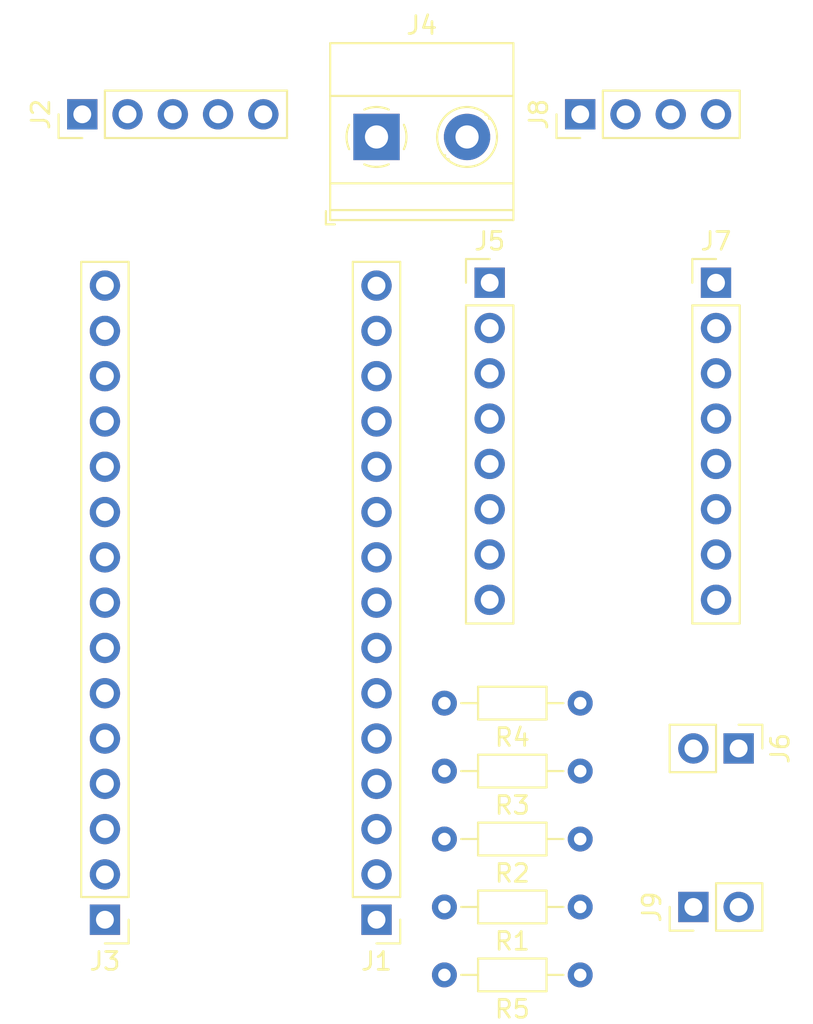
<source format=kicad_pcb>
(kicad_pcb (version 20171130) (host pcbnew "(5.1.6)-1")

  (general
    (thickness 1.6)
    (drawings 0)
    (tracks 0)
    (zones 0)
    (modules 14)
    (nets 34)
  )

  (page A4)
  (layers
    (0 F.Cu signal)
    (31 B.Cu signal)
    (32 B.Adhes user)
    (33 F.Adhes user)
    (34 B.Paste user)
    (35 F.Paste user)
    (36 B.SilkS user)
    (37 F.SilkS user)
    (38 B.Mask user)
    (39 F.Mask user)
    (40 Dwgs.User user)
    (41 Cmts.User user)
    (42 Eco1.User user)
    (43 Eco2.User user)
    (44 Edge.Cuts user)
    (45 Margin user)
    (46 B.CrtYd user)
    (47 F.CrtYd user)
    (48 B.Fab user)
    (49 F.Fab user)
  )

  (setup
    (last_trace_width 0.25)
    (trace_clearance 0.2)
    (zone_clearance 0.508)
    (zone_45_only no)
    (trace_min 0.2)
    (via_size 0.8)
    (via_drill 0.4)
    (via_min_size 0.4)
    (via_min_drill 0.3)
    (uvia_size 0.3)
    (uvia_drill 0.1)
    (uvias_allowed no)
    (uvia_min_size 0.2)
    (uvia_min_drill 0.1)
    (edge_width 0.05)
    (segment_width 0.2)
    (pcb_text_width 0.3)
    (pcb_text_size 1.5 1.5)
    (mod_edge_width 0.12)
    (mod_text_size 1 1)
    (mod_text_width 0.15)
    (pad_size 1.524 1.524)
    (pad_drill 0.762)
    (pad_to_mask_clearance 0.05)
    (aux_axis_origin 0 0)
    (visible_elements FFFFFF7F)
    (pcbplotparams
      (layerselection 0x010fc_ffffffff)
      (usegerberextensions false)
      (usegerberattributes true)
      (usegerberadvancedattributes true)
      (creategerberjobfile true)
      (excludeedgelayer true)
      (linewidth 0.100000)
      (plotframeref false)
      (viasonmask false)
      (mode 1)
      (useauxorigin false)
      (hpglpennumber 1)
      (hpglpenspeed 20)
      (hpglpendiameter 15.000000)
      (psnegative false)
      (psa4output false)
      (plotreference true)
      (plotvalue true)
      (plotinvisibletext false)
      (padsonsilk false)
      (subtractmaskfromsilk false)
      (outputformat 1)
      (mirror false)
      (drillshape 1)
      (scaleselection 1)
      (outputdirectory ""))
  )

  (net 0 "")
  (net 1 /VIN)
  (net 2 GND)
  (net 3 /Reset)
  (net 4 /5V)
  (net 5 "Net-(J1-Pad11)")
  (net 6 "Net-(J1-Pad10)")
  (net 7 "Net-(J1-Pad9)")
  (net 8 "Net-(J1-Pad8)")
  (net 9 "Net-(J1-Pad7)")
  (net 10 "Net-(J1-Pad6)")
  (net 11 "Net-(J1-Pad5)")
  (net 12 "Net-(J1-Pad4)")
  (net 13 "Net-(J1-Pad3)")
  (net 14 "Net-(J1-Pad2)")
  (net 15 /STBY)
  (net 16 /FWD)
  (net 17 /BACK)
  (net 18 /Speed+)
  (net 19 /Speed-)
  (net 20 /DIR)
  (net 21 /STEP)
  (net 22 /FLT)
  (net 23 /M3)
  (net 24 /M2)
  (net 25 /M1)
  (net 26 /ENABLE)
  (net 27 "Net-(J3-Pad14)")
  (net 28 "Net-(J3-Pad15)")
  (net 29 "Net-(J4-Pad2)")
  (net 30 "Net-(J7-Pad6)")
  (net 31 "Net-(J7-Pad5)")
  (net 32 "Net-(J7-Pad4)")
  (net 33 "Net-(J7-Pad3)")

  (net_class Default "This is the default net class."
    (clearance 0.2)
    (trace_width 0.25)
    (via_dia 0.8)
    (via_drill 0.4)
    (uvia_dia 0.3)
    (uvia_drill 0.1)
    (add_net /5V)
    (add_net /BACK)
    (add_net /DIR)
    (add_net /ENABLE)
    (add_net /FLT)
    (add_net /FWD)
    (add_net /M1)
    (add_net /M2)
    (add_net /M3)
    (add_net /Reset)
    (add_net /STBY)
    (add_net /STEP)
    (add_net /Speed+)
    (add_net /Speed-)
    (add_net /VIN)
    (add_net GND)
    (add_net "Net-(J1-Pad10)")
    (add_net "Net-(J1-Pad11)")
    (add_net "Net-(J1-Pad2)")
    (add_net "Net-(J1-Pad3)")
    (add_net "Net-(J1-Pad4)")
    (add_net "Net-(J1-Pad5)")
    (add_net "Net-(J1-Pad6)")
    (add_net "Net-(J1-Pad7)")
    (add_net "Net-(J1-Pad8)")
    (add_net "Net-(J1-Pad9)")
    (add_net "Net-(J3-Pad14)")
    (add_net "Net-(J3-Pad15)")
    (add_net "Net-(J4-Pad2)")
    (add_net "Net-(J7-Pad3)")
    (add_net "Net-(J7-Pad4)")
    (add_net "Net-(J7-Pad5)")
    (add_net "Net-(J7-Pad6)")
  )

  (module Connector_PinHeader_2.54mm:PinHeader_1x15_P2.54mm_Vertical (layer F.Cu) (tedit 59FED5CC) (tstamp 5FAE7DFD)
    (at 72.39 75.644999 180)
    (descr "Through hole straight pin header, 1x15, 2.54mm pitch, single row")
    (tags "Through hole pin header THT 1x15 2.54mm single row")
    (path /5FAD3EF9)
    (fp_text reference J1 (at 0 -2.33) (layer F.SilkS)
      (effects (font (size 1 1) (thickness 0.15)))
    )
    (fp_text value ArduinoNano-1 (at 0 37.89) (layer F.Fab)
      (effects (font (size 1 1) (thickness 0.15)))
    )
    (fp_text user %R (at 0 17.78 90) (layer F.Fab)
      (effects (font (size 1 1) (thickness 0.15)))
    )
    (fp_line (start -0.635 -1.27) (end 1.27 -1.27) (layer F.Fab) (width 0.1))
    (fp_line (start 1.27 -1.27) (end 1.27 36.83) (layer F.Fab) (width 0.1))
    (fp_line (start 1.27 36.83) (end -1.27 36.83) (layer F.Fab) (width 0.1))
    (fp_line (start -1.27 36.83) (end -1.27 -0.635) (layer F.Fab) (width 0.1))
    (fp_line (start -1.27 -0.635) (end -0.635 -1.27) (layer F.Fab) (width 0.1))
    (fp_line (start -1.33 36.89) (end 1.33 36.89) (layer F.SilkS) (width 0.12))
    (fp_line (start -1.33 1.27) (end -1.33 36.89) (layer F.SilkS) (width 0.12))
    (fp_line (start 1.33 1.27) (end 1.33 36.89) (layer F.SilkS) (width 0.12))
    (fp_line (start -1.33 1.27) (end 1.33 1.27) (layer F.SilkS) (width 0.12))
    (fp_line (start -1.33 0) (end -1.33 -1.33) (layer F.SilkS) (width 0.12))
    (fp_line (start -1.33 -1.33) (end 0 -1.33) (layer F.SilkS) (width 0.12))
    (fp_line (start -1.8 -1.8) (end -1.8 37.35) (layer F.CrtYd) (width 0.05))
    (fp_line (start -1.8 37.35) (end 1.8 37.35) (layer F.CrtYd) (width 0.05))
    (fp_line (start 1.8 37.35) (end 1.8 -1.8) (layer F.CrtYd) (width 0.05))
    (fp_line (start 1.8 -1.8) (end -1.8 -1.8) (layer F.CrtYd) (width 0.05))
    (pad 15 thru_hole oval (at 0 35.56 180) (size 1.7 1.7) (drill 1) (layers *.Cu *.Mask)
      (net 1 /VIN))
    (pad 14 thru_hole oval (at 0 33.02 180) (size 1.7 1.7) (drill 1) (layers *.Cu *.Mask)
      (net 2 GND))
    (pad 13 thru_hole oval (at 0 30.48 180) (size 1.7 1.7) (drill 1) (layers *.Cu *.Mask)
      (net 3 /Reset))
    (pad 12 thru_hole oval (at 0 27.94 180) (size 1.7 1.7) (drill 1) (layers *.Cu *.Mask)
      (net 4 /5V))
    (pad 11 thru_hole oval (at 0 25.4 180) (size 1.7 1.7) (drill 1) (layers *.Cu *.Mask)
      (net 5 "Net-(J1-Pad11)"))
    (pad 10 thru_hole oval (at 0 22.86 180) (size 1.7 1.7) (drill 1) (layers *.Cu *.Mask)
      (net 6 "Net-(J1-Pad10)"))
    (pad 9 thru_hole oval (at 0 20.32 180) (size 1.7 1.7) (drill 1) (layers *.Cu *.Mask)
      (net 7 "Net-(J1-Pad9)"))
    (pad 8 thru_hole oval (at 0 17.78 180) (size 1.7 1.7) (drill 1) (layers *.Cu *.Mask)
      (net 8 "Net-(J1-Pad8)"))
    (pad 7 thru_hole oval (at 0 15.24 180) (size 1.7 1.7) (drill 1) (layers *.Cu *.Mask)
      (net 9 "Net-(J1-Pad7)"))
    (pad 6 thru_hole oval (at 0 12.7 180) (size 1.7 1.7) (drill 1) (layers *.Cu *.Mask)
      (net 10 "Net-(J1-Pad6)"))
    (pad 5 thru_hole oval (at 0 10.16 180) (size 1.7 1.7) (drill 1) (layers *.Cu *.Mask)
      (net 11 "Net-(J1-Pad5)"))
    (pad 4 thru_hole oval (at 0 7.62 180) (size 1.7 1.7) (drill 1) (layers *.Cu *.Mask)
      (net 12 "Net-(J1-Pad4)"))
    (pad 3 thru_hole oval (at 0 5.08 180) (size 1.7 1.7) (drill 1) (layers *.Cu *.Mask)
      (net 13 "Net-(J1-Pad3)"))
    (pad 2 thru_hole oval (at 0 2.54 180) (size 1.7 1.7) (drill 1) (layers *.Cu *.Mask)
      (net 14 "Net-(J1-Pad2)"))
    (pad 1 thru_hole rect (at 0 0 180) (size 1.7 1.7) (drill 1) (layers *.Cu *.Mask)
      (net 15 /STBY))
    (model ${KISYS3DMOD}/Connector_PinHeader_2.54mm.3dshapes/PinHeader_1x15_P2.54mm_Vertical.wrl
      (at (xyz 0 0 0))
      (scale (xyz 1 1 1))
      (rotate (xyz 0 0 0))
    )
  )

  (module Connector_PinHeader_2.54mm:PinHeader_1x05_P2.54mm_Vertical (layer F.Cu) (tedit 59FED5CC) (tstamp 5FAE7E16)
    (at 55.88 30.48 90)
    (descr "Through hole straight pin header, 1x05, 2.54mm pitch, single row")
    (tags "Through hole pin header THT 1x05 2.54mm single row")
    (path /5FB71A69)
    (fp_text reference J2 (at 0 -2.33 90) (layer F.SilkS)
      (effects (font (size 1 1) (thickness 0.15)))
    )
    (fp_text value ManualCommand (at 0 12.49 90) (layer F.Fab)
      (effects (font (size 1 1) (thickness 0.15)))
    )
    (fp_line (start 1.8 -1.8) (end -1.8 -1.8) (layer F.CrtYd) (width 0.05))
    (fp_line (start 1.8 11.95) (end 1.8 -1.8) (layer F.CrtYd) (width 0.05))
    (fp_line (start -1.8 11.95) (end 1.8 11.95) (layer F.CrtYd) (width 0.05))
    (fp_line (start -1.8 -1.8) (end -1.8 11.95) (layer F.CrtYd) (width 0.05))
    (fp_line (start -1.33 -1.33) (end 0 -1.33) (layer F.SilkS) (width 0.12))
    (fp_line (start -1.33 0) (end -1.33 -1.33) (layer F.SilkS) (width 0.12))
    (fp_line (start -1.33 1.27) (end 1.33 1.27) (layer F.SilkS) (width 0.12))
    (fp_line (start 1.33 1.27) (end 1.33 11.49) (layer F.SilkS) (width 0.12))
    (fp_line (start -1.33 1.27) (end -1.33 11.49) (layer F.SilkS) (width 0.12))
    (fp_line (start -1.33 11.49) (end 1.33 11.49) (layer F.SilkS) (width 0.12))
    (fp_line (start -1.27 -0.635) (end -0.635 -1.27) (layer F.Fab) (width 0.1))
    (fp_line (start -1.27 11.43) (end -1.27 -0.635) (layer F.Fab) (width 0.1))
    (fp_line (start 1.27 11.43) (end -1.27 11.43) (layer F.Fab) (width 0.1))
    (fp_line (start 1.27 -1.27) (end 1.27 11.43) (layer F.Fab) (width 0.1))
    (fp_line (start -0.635 -1.27) (end 1.27 -1.27) (layer F.Fab) (width 0.1))
    (fp_text user %R (at 0 5.08) (layer F.Fab)
      (effects (font (size 1 1) (thickness 0.15)))
    )
    (pad 1 thru_hole rect (at 0 0 90) (size 1.7 1.7) (drill 1) (layers *.Cu *.Mask)
      (net 2 GND))
    (pad 2 thru_hole oval (at 0 2.54 90) (size 1.7 1.7) (drill 1) (layers *.Cu *.Mask)
      (net 16 /FWD))
    (pad 3 thru_hole oval (at 0 5.08 90) (size 1.7 1.7) (drill 1) (layers *.Cu *.Mask)
      (net 17 /BACK))
    (pad 4 thru_hole oval (at 0 7.62 90) (size 1.7 1.7) (drill 1) (layers *.Cu *.Mask)
      (net 18 /Speed+))
    (pad 5 thru_hole oval (at 0 10.16 90) (size 1.7 1.7) (drill 1) (layers *.Cu *.Mask)
      (net 19 /Speed-))
    (model ${KISYS3DMOD}/Connector_PinHeader_2.54mm.3dshapes/PinHeader_1x05_P2.54mm_Vertical.wrl
      (at (xyz 0 0 0))
      (scale (xyz 1 1 1))
      (rotate (xyz 0 0 0))
    )
  )

  (module Connector_PinHeader_2.54mm:PinHeader_1x15_P2.54mm_Vertical (layer F.Cu) (tedit 59FED5CC) (tstamp 5FAE7E39)
    (at 57.15 75.644999 180)
    (descr "Through hole straight pin header, 1x15, 2.54mm pitch, single row")
    (tags "Through hole pin header THT 1x15 2.54mm single row")
    (path /5FAD5958)
    (fp_text reference J3 (at 0 -2.33) (layer F.SilkS)
      (effects (font (size 1 1) (thickness 0.15)))
    )
    (fp_text value ArduinoNano-2 (at 0 37.89) (layer F.Fab)
      (effects (font (size 1 1) (thickness 0.15)))
    )
    (fp_line (start 1.8 -1.8) (end -1.8 -1.8) (layer F.CrtYd) (width 0.05))
    (fp_line (start 1.8 37.35) (end 1.8 -1.8) (layer F.CrtYd) (width 0.05))
    (fp_line (start -1.8 37.35) (end 1.8 37.35) (layer F.CrtYd) (width 0.05))
    (fp_line (start -1.8 -1.8) (end -1.8 37.35) (layer F.CrtYd) (width 0.05))
    (fp_line (start -1.33 -1.33) (end 0 -1.33) (layer F.SilkS) (width 0.12))
    (fp_line (start -1.33 0) (end -1.33 -1.33) (layer F.SilkS) (width 0.12))
    (fp_line (start -1.33 1.27) (end 1.33 1.27) (layer F.SilkS) (width 0.12))
    (fp_line (start 1.33 1.27) (end 1.33 36.89) (layer F.SilkS) (width 0.12))
    (fp_line (start -1.33 1.27) (end -1.33 36.89) (layer F.SilkS) (width 0.12))
    (fp_line (start -1.33 36.89) (end 1.33 36.89) (layer F.SilkS) (width 0.12))
    (fp_line (start -1.27 -0.635) (end -0.635 -1.27) (layer F.Fab) (width 0.1))
    (fp_line (start -1.27 36.83) (end -1.27 -0.635) (layer F.Fab) (width 0.1))
    (fp_line (start 1.27 36.83) (end -1.27 36.83) (layer F.Fab) (width 0.1))
    (fp_line (start 1.27 -1.27) (end 1.27 36.83) (layer F.Fab) (width 0.1))
    (fp_line (start -0.635 -1.27) (end 1.27 -1.27) (layer F.Fab) (width 0.1))
    (fp_text user %R (at 0 17.78 90) (layer F.Fab)
      (effects (font (size 1 1) (thickness 0.15)))
    )
    (pad 1 thru_hole rect (at 0 0 180) (size 1.7 1.7) (drill 1) (layers *.Cu *.Mask)
      (net 16 /FWD))
    (pad 2 thru_hole oval (at 0 2.54 180) (size 1.7 1.7) (drill 1) (layers *.Cu *.Mask)
      (net 17 /BACK))
    (pad 3 thru_hole oval (at 0 5.08 180) (size 1.7 1.7) (drill 1) (layers *.Cu *.Mask)
      (net 18 /Speed+))
    (pad 4 thru_hole oval (at 0 7.62 180) (size 1.7 1.7) (drill 1) (layers *.Cu *.Mask)
      (net 19 /Speed-))
    (pad 5 thru_hole oval (at 0 10.16 180) (size 1.7 1.7) (drill 1) (layers *.Cu *.Mask)
      (net 20 /DIR))
    (pad 6 thru_hole oval (at 0 12.7 180) (size 1.7 1.7) (drill 1) (layers *.Cu *.Mask)
      (net 21 /STEP))
    (pad 7 thru_hole oval (at 0 15.24 180) (size 1.7 1.7) (drill 1) (layers *.Cu *.Mask)
      (net 22 /FLT))
    (pad 8 thru_hole oval (at 0 17.78 180) (size 1.7 1.7) (drill 1) (layers *.Cu *.Mask)
      (net 23 /M3))
    (pad 9 thru_hole oval (at 0 20.32 180) (size 1.7 1.7) (drill 1) (layers *.Cu *.Mask)
      (net 24 /M2))
    (pad 10 thru_hole oval (at 0 22.86 180) (size 1.7 1.7) (drill 1) (layers *.Cu *.Mask)
      (net 25 /M1))
    (pad 11 thru_hole oval (at 0 25.4 180) (size 1.7 1.7) (drill 1) (layers *.Cu *.Mask)
      (net 26 /ENABLE))
    (pad 12 thru_hole oval (at 0 27.94 180) (size 1.7 1.7) (drill 1) (layers *.Cu *.Mask)
      (net 2 GND))
    (pad 13 thru_hole oval (at 0 30.48 180) (size 1.7 1.7) (drill 1) (layers *.Cu *.Mask)
      (net 3 /Reset))
    (pad 14 thru_hole oval (at 0 33.02 180) (size 1.7 1.7) (drill 1) (layers *.Cu *.Mask)
      (net 27 "Net-(J3-Pad14)"))
    (pad 15 thru_hole oval (at 0 35.56 180) (size 1.7 1.7) (drill 1) (layers *.Cu *.Mask)
      (net 28 "Net-(J3-Pad15)"))
    (model ${KISYS3DMOD}/Connector_PinHeader_2.54mm.3dshapes/PinHeader_1x15_P2.54mm_Vertical.wrl
      (at (xyz 0 0 0))
      (scale (xyz 1 1 1))
      (rotate (xyz 0 0 0))
    )
  )

  (module TerminalBlock_Phoenix:TerminalBlock_Phoenix_MKDS-1,5-2-5.08_1x02_P5.08mm_Horizontal (layer F.Cu) (tedit 5B294EBC) (tstamp 5FAE7E65)
    (at 72.39 31.75)
    (descr "Terminal Block Phoenix MKDS-1,5-2-5.08, 2 pins, pitch 5.08mm, size 10.2x9.8mm^2, drill diamater 1.3mm, pad diameter 2.6mm, see http://www.farnell.com/datasheets/100425.pdf, script-generated using https://github.com/pointhi/kicad-footprint-generator/scripts/TerminalBlock_Phoenix")
    (tags "THT Terminal Block Phoenix MKDS-1,5-2-5.08 pitch 5.08mm size 10.2x9.8mm^2 drill 1.3mm pad 2.6mm")
    (path /5FADBCA8)
    (fp_text reference J4 (at 2.54 -6.26) (layer F.SilkS)
      (effects (font (size 1 1) (thickness 0.15)))
    )
    (fp_text value 12V (at 2.54 5.66) (layer F.Fab)
      (effects (font (size 1 1) (thickness 0.15)))
    )
    (fp_line (start 8.13 -5.71) (end -3.04 -5.71) (layer F.CrtYd) (width 0.05))
    (fp_line (start 8.13 5.1) (end 8.13 -5.71) (layer F.CrtYd) (width 0.05))
    (fp_line (start -3.04 5.1) (end 8.13 5.1) (layer F.CrtYd) (width 0.05))
    (fp_line (start -3.04 -5.71) (end -3.04 5.1) (layer F.CrtYd) (width 0.05))
    (fp_line (start -2.84 4.9) (end -2.34 4.9) (layer F.SilkS) (width 0.12))
    (fp_line (start -2.84 4.16) (end -2.84 4.9) (layer F.SilkS) (width 0.12))
    (fp_line (start 3.853 1.023) (end 3.806 1.069) (layer F.SilkS) (width 0.12))
    (fp_line (start 6.15 -1.275) (end 6.115 -1.239) (layer F.SilkS) (width 0.12))
    (fp_line (start 4.046 1.239) (end 4.011 1.274) (layer F.SilkS) (width 0.12))
    (fp_line (start 6.355 -1.069) (end 6.308 -1.023) (layer F.SilkS) (width 0.12))
    (fp_line (start 6.035 -1.138) (end 3.943 0.955) (layer F.Fab) (width 0.1))
    (fp_line (start 6.218 -0.955) (end 4.126 1.138) (layer F.Fab) (width 0.1))
    (fp_line (start 0.955 -1.138) (end -1.138 0.955) (layer F.Fab) (width 0.1))
    (fp_line (start 1.138 -0.955) (end -0.955 1.138) (layer F.Fab) (width 0.1))
    (fp_line (start 7.68 -5.261) (end 7.68 4.66) (layer F.SilkS) (width 0.12))
    (fp_line (start -2.6 -5.261) (end -2.6 4.66) (layer F.SilkS) (width 0.12))
    (fp_line (start -2.6 4.66) (end 7.68 4.66) (layer F.SilkS) (width 0.12))
    (fp_line (start -2.6 -5.261) (end 7.68 -5.261) (layer F.SilkS) (width 0.12))
    (fp_line (start -2.6 -2.301) (end 7.68 -2.301) (layer F.SilkS) (width 0.12))
    (fp_line (start -2.54 -2.3) (end 7.62 -2.3) (layer F.Fab) (width 0.1))
    (fp_line (start -2.6 2.6) (end 7.68 2.6) (layer F.SilkS) (width 0.12))
    (fp_line (start -2.54 2.6) (end 7.62 2.6) (layer F.Fab) (width 0.1))
    (fp_line (start -2.6 4.1) (end 7.68 4.1) (layer F.SilkS) (width 0.12))
    (fp_line (start -2.54 4.1) (end 7.62 4.1) (layer F.Fab) (width 0.1))
    (fp_line (start -2.54 4.1) (end -2.54 -5.2) (layer F.Fab) (width 0.1))
    (fp_line (start -2.04 4.6) (end -2.54 4.1) (layer F.Fab) (width 0.1))
    (fp_line (start 7.62 4.6) (end -2.04 4.6) (layer F.Fab) (width 0.1))
    (fp_line (start 7.62 -5.2) (end 7.62 4.6) (layer F.Fab) (width 0.1))
    (fp_line (start -2.54 -5.2) (end 7.62 -5.2) (layer F.Fab) (width 0.1))
    (fp_circle (center 5.08 0) (end 6.76 0) (layer F.SilkS) (width 0.12))
    (fp_circle (center 5.08 0) (end 6.58 0) (layer F.Fab) (width 0.1))
    (fp_circle (center 0 0) (end 1.5 0) (layer F.Fab) (width 0.1))
    (fp_arc (start 0 0) (end 0 1.68) (angle -24) (layer F.SilkS) (width 0.12))
    (fp_arc (start 0 0) (end 1.535 0.684) (angle -48) (layer F.SilkS) (width 0.12))
    (fp_arc (start 0 0) (end 0.684 -1.535) (angle -48) (layer F.SilkS) (width 0.12))
    (fp_arc (start 0 0) (end -1.535 -0.684) (angle -48) (layer F.SilkS) (width 0.12))
    (fp_arc (start 0 0) (end -0.684 1.535) (angle -25) (layer F.SilkS) (width 0.12))
    (fp_text user %R (at 2.54 3.2) (layer F.Fab)
      (effects (font (size 1 1) (thickness 0.15)))
    )
    (pad 1 thru_hole rect (at 0 0) (size 2.6 2.6) (drill 1.3) (layers *.Cu *.Mask)
      (net 2 GND))
    (pad 2 thru_hole circle (at 5.08 0) (size 2.6 2.6) (drill 1.3) (layers *.Cu *.Mask)
      (net 29 "Net-(J4-Pad2)"))
    (model ${KISYS3DMOD}/TerminalBlock_Phoenix.3dshapes/TerminalBlock_Phoenix_MKDS-1,5-2-5.08_1x02_P5.08mm_Horizontal.wrl
      (at (xyz 0 0 0))
      (scale (xyz 1 1 1))
      (rotate (xyz 0 0 0))
    )
  )

  (module Connector_PinHeader_2.54mm:PinHeader_1x08_P2.54mm_Vertical (layer F.Cu) (tedit 59FED5CC) (tstamp 5FAE7E81)
    (at 78.74 39.925001)
    (descr "Through hole straight pin header, 1x08, 2.54mm pitch, single row")
    (tags "Through hole pin header THT 1x08 2.54mm single row")
    (path /5FADA5A3)
    (fp_text reference J5 (at 0 -2.33) (layer F.SilkS)
      (effects (font (size 1 1) (thickness 0.15)))
    )
    (fp_text value MotorDriver-1 (at 0 20.11) (layer F.Fab)
      (effects (font (size 1 1) (thickness 0.15)))
    )
    (fp_line (start 1.8 -1.8) (end -1.8 -1.8) (layer F.CrtYd) (width 0.05))
    (fp_line (start 1.8 19.55) (end 1.8 -1.8) (layer F.CrtYd) (width 0.05))
    (fp_line (start -1.8 19.55) (end 1.8 19.55) (layer F.CrtYd) (width 0.05))
    (fp_line (start -1.8 -1.8) (end -1.8 19.55) (layer F.CrtYd) (width 0.05))
    (fp_line (start -1.33 -1.33) (end 0 -1.33) (layer F.SilkS) (width 0.12))
    (fp_line (start -1.33 0) (end -1.33 -1.33) (layer F.SilkS) (width 0.12))
    (fp_line (start -1.33 1.27) (end 1.33 1.27) (layer F.SilkS) (width 0.12))
    (fp_line (start 1.33 1.27) (end 1.33 19.11) (layer F.SilkS) (width 0.12))
    (fp_line (start -1.33 1.27) (end -1.33 19.11) (layer F.SilkS) (width 0.12))
    (fp_line (start -1.33 19.11) (end 1.33 19.11) (layer F.SilkS) (width 0.12))
    (fp_line (start -1.27 -0.635) (end -0.635 -1.27) (layer F.Fab) (width 0.1))
    (fp_line (start -1.27 19.05) (end -1.27 -0.635) (layer F.Fab) (width 0.1))
    (fp_line (start 1.27 19.05) (end -1.27 19.05) (layer F.Fab) (width 0.1))
    (fp_line (start 1.27 -1.27) (end 1.27 19.05) (layer F.Fab) (width 0.1))
    (fp_line (start -0.635 -1.27) (end 1.27 -1.27) (layer F.Fab) (width 0.1))
    (fp_text user %R (at 0 8.89 90) (layer F.Fab)
      (effects (font (size 1 1) (thickness 0.15)))
    )
    (pad 1 thru_hole rect (at 0 0) (size 1.7 1.7) (drill 1) (layers *.Cu *.Mask)
      (net 26 /ENABLE))
    (pad 2 thru_hole oval (at 0 2.54) (size 1.7 1.7) (drill 1) (layers *.Cu *.Mask)
      (net 25 /M1))
    (pad 3 thru_hole oval (at 0 5.08) (size 1.7 1.7) (drill 1) (layers *.Cu *.Mask)
      (net 24 /M2))
    (pad 4 thru_hole oval (at 0 7.62) (size 1.7 1.7) (drill 1) (layers *.Cu *.Mask)
      (net 23 /M3))
    (pad 5 thru_hole oval (at 0 10.16) (size 1.7 1.7) (drill 1) (layers *.Cu *.Mask)
      (net 22 /FLT))
    (pad 6 thru_hole oval (at 0 12.7) (size 1.7 1.7) (drill 1) (layers *.Cu *.Mask)
      (net 15 /STBY))
    (pad 7 thru_hole oval (at 0 15.24) (size 1.7 1.7) (drill 1) (layers *.Cu *.Mask)
      (net 21 /STEP))
    (pad 8 thru_hole oval (at 0 17.78) (size 1.7 1.7) (drill 1) (layers *.Cu *.Mask)
      (net 20 /DIR))
    (model ${KISYS3DMOD}/Connector_PinHeader_2.54mm.3dshapes/PinHeader_1x08_P2.54mm_Vertical.wrl
      (at (xyz 0 0 0))
      (scale (xyz 1 1 1))
      (rotate (xyz 0 0 0))
    )
  )

  (module Connector_PinHeader_2.54mm:PinHeader_1x02_P2.54mm_Vertical (layer F.Cu) (tedit 59FED5CC) (tstamp 5FAE7E97)
    (at 92.71 66.04 270)
    (descr "Through hole straight pin header, 1x02, 2.54mm pitch, single row")
    (tags "Through hole pin header THT 1x02 2.54mm single row")
    (path /5FAF56C8)
    (fp_text reference J6 (at 0 -2.33 90) (layer F.SilkS)
      (effects (font (size 1 1) (thickness 0.15)))
    )
    (fp_text value PowerToArduino (at 0 4.87 90) (layer F.Fab)
      (effects (font (size 1 1) (thickness 0.15)))
    )
    (fp_line (start 1.8 -1.8) (end -1.8 -1.8) (layer F.CrtYd) (width 0.05))
    (fp_line (start 1.8 4.35) (end 1.8 -1.8) (layer F.CrtYd) (width 0.05))
    (fp_line (start -1.8 4.35) (end 1.8 4.35) (layer F.CrtYd) (width 0.05))
    (fp_line (start -1.8 -1.8) (end -1.8 4.35) (layer F.CrtYd) (width 0.05))
    (fp_line (start -1.33 -1.33) (end 0 -1.33) (layer F.SilkS) (width 0.12))
    (fp_line (start -1.33 0) (end -1.33 -1.33) (layer F.SilkS) (width 0.12))
    (fp_line (start -1.33 1.27) (end 1.33 1.27) (layer F.SilkS) (width 0.12))
    (fp_line (start 1.33 1.27) (end 1.33 3.87) (layer F.SilkS) (width 0.12))
    (fp_line (start -1.33 1.27) (end -1.33 3.87) (layer F.SilkS) (width 0.12))
    (fp_line (start -1.33 3.87) (end 1.33 3.87) (layer F.SilkS) (width 0.12))
    (fp_line (start -1.27 -0.635) (end -0.635 -1.27) (layer F.Fab) (width 0.1))
    (fp_line (start -1.27 3.81) (end -1.27 -0.635) (layer F.Fab) (width 0.1))
    (fp_line (start 1.27 3.81) (end -1.27 3.81) (layer F.Fab) (width 0.1))
    (fp_line (start 1.27 -1.27) (end 1.27 3.81) (layer F.Fab) (width 0.1))
    (fp_line (start -0.635 -1.27) (end 1.27 -1.27) (layer F.Fab) (width 0.1))
    (fp_text user %R (at 0 1.27) (layer F.Fab)
      (effects (font (size 1 1) (thickness 0.15)))
    )
    (pad 1 thru_hole rect (at 0 0 270) (size 1.7 1.7) (drill 1) (layers *.Cu *.Mask)
      (net 29 "Net-(J4-Pad2)"))
    (pad 2 thru_hole oval (at 0 2.54 270) (size 1.7 1.7) (drill 1) (layers *.Cu *.Mask)
      (net 1 /VIN))
    (model ${KISYS3DMOD}/Connector_PinHeader_2.54mm.3dshapes/PinHeader_1x02_P2.54mm_Vertical.wrl
      (at (xyz 0 0 0))
      (scale (xyz 1 1 1))
      (rotate (xyz 0 0 0))
    )
  )

  (module Connector_PinHeader_2.54mm:PinHeader_1x08_P2.54mm_Vertical (layer F.Cu) (tedit 59FED5CC) (tstamp 5FAE7EB3)
    (at 91.44 39.925001)
    (descr "Through hole straight pin header, 1x08, 2.54mm pitch, single row")
    (tags "Through hole pin header THT 1x08 2.54mm single row")
    (path /5FADB106)
    (fp_text reference J7 (at 0 -2.33) (layer F.SilkS)
      (effects (font (size 1 1) (thickness 0.15)))
    )
    (fp_text value MotorDriver-2 (at 0 20.11) (layer F.Fab)
      (effects (font (size 1 1) (thickness 0.15)))
    )
    (fp_text user %R (at 0 8.89 90) (layer F.Fab)
      (effects (font (size 1 1) (thickness 0.15)))
    )
    (fp_line (start -0.635 -1.27) (end 1.27 -1.27) (layer F.Fab) (width 0.1))
    (fp_line (start 1.27 -1.27) (end 1.27 19.05) (layer F.Fab) (width 0.1))
    (fp_line (start 1.27 19.05) (end -1.27 19.05) (layer F.Fab) (width 0.1))
    (fp_line (start -1.27 19.05) (end -1.27 -0.635) (layer F.Fab) (width 0.1))
    (fp_line (start -1.27 -0.635) (end -0.635 -1.27) (layer F.Fab) (width 0.1))
    (fp_line (start -1.33 19.11) (end 1.33 19.11) (layer F.SilkS) (width 0.12))
    (fp_line (start -1.33 1.27) (end -1.33 19.11) (layer F.SilkS) (width 0.12))
    (fp_line (start 1.33 1.27) (end 1.33 19.11) (layer F.SilkS) (width 0.12))
    (fp_line (start -1.33 1.27) (end 1.33 1.27) (layer F.SilkS) (width 0.12))
    (fp_line (start -1.33 0) (end -1.33 -1.33) (layer F.SilkS) (width 0.12))
    (fp_line (start -1.33 -1.33) (end 0 -1.33) (layer F.SilkS) (width 0.12))
    (fp_line (start -1.8 -1.8) (end -1.8 19.55) (layer F.CrtYd) (width 0.05))
    (fp_line (start -1.8 19.55) (end 1.8 19.55) (layer F.CrtYd) (width 0.05))
    (fp_line (start 1.8 19.55) (end 1.8 -1.8) (layer F.CrtYd) (width 0.05))
    (fp_line (start 1.8 -1.8) (end -1.8 -1.8) (layer F.CrtYd) (width 0.05))
    (pad 8 thru_hole oval (at 0 17.78) (size 1.7 1.7) (drill 1) (layers *.Cu *.Mask)
      (net 2 GND))
    (pad 7 thru_hole oval (at 0 15.24) (size 1.7 1.7) (drill 1) (layers *.Cu *.Mask)
      (net 4 /5V))
    (pad 6 thru_hole oval (at 0 12.7) (size 1.7 1.7) (drill 1) (layers *.Cu *.Mask)
      (net 30 "Net-(J7-Pad6)"))
    (pad 5 thru_hole oval (at 0 10.16) (size 1.7 1.7) (drill 1) (layers *.Cu *.Mask)
      (net 31 "Net-(J7-Pad5)"))
    (pad 4 thru_hole oval (at 0 7.62) (size 1.7 1.7) (drill 1) (layers *.Cu *.Mask)
      (net 32 "Net-(J7-Pad4)"))
    (pad 3 thru_hole oval (at 0 5.08) (size 1.7 1.7) (drill 1) (layers *.Cu *.Mask)
      (net 33 "Net-(J7-Pad3)"))
    (pad 2 thru_hole oval (at 0 2.54) (size 1.7 1.7) (drill 1) (layers *.Cu *.Mask)
      (net 2 GND))
    (pad 1 thru_hole rect (at 0 0) (size 1.7 1.7) (drill 1) (layers *.Cu *.Mask)
      (net 29 "Net-(J4-Pad2)"))
    (model ${KISYS3DMOD}/Connector_PinHeader_2.54mm.3dshapes/PinHeader_1x08_P2.54mm_Vertical.wrl
      (at (xyz 0 0 0))
      (scale (xyz 1 1 1))
      (rotate (xyz 0 0 0))
    )
  )

  (module Connector_PinHeader_2.54mm:PinHeader_1x04_P2.54mm_Vertical (layer F.Cu) (tedit 59FED5CC) (tstamp 5FAE7ECB)
    (at 83.82 30.48 90)
    (descr "Through hole straight pin header, 1x04, 2.54mm pitch, single row")
    (tags "Through hole pin header THT 1x04 2.54mm single row")
    (path /5FADB37B)
    (fp_text reference J8 (at 0 -2.33 90) (layer F.SilkS)
      (effects (font (size 1 1) (thickness 0.15)))
    )
    (fp_text value MotorCoils (at 0 9.95 90) (layer F.Fab)
      (effects (font (size 1 1) (thickness 0.15)))
    )
    (fp_line (start 1.8 -1.8) (end -1.8 -1.8) (layer F.CrtYd) (width 0.05))
    (fp_line (start 1.8 9.4) (end 1.8 -1.8) (layer F.CrtYd) (width 0.05))
    (fp_line (start -1.8 9.4) (end 1.8 9.4) (layer F.CrtYd) (width 0.05))
    (fp_line (start -1.8 -1.8) (end -1.8 9.4) (layer F.CrtYd) (width 0.05))
    (fp_line (start -1.33 -1.33) (end 0 -1.33) (layer F.SilkS) (width 0.12))
    (fp_line (start -1.33 0) (end -1.33 -1.33) (layer F.SilkS) (width 0.12))
    (fp_line (start -1.33 1.27) (end 1.33 1.27) (layer F.SilkS) (width 0.12))
    (fp_line (start 1.33 1.27) (end 1.33 8.95) (layer F.SilkS) (width 0.12))
    (fp_line (start -1.33 1.27) (end -1.33 8.95) (layer F.SilkS) (width 0.12))
    (fp_line (start -1.33 8.95) (end 1.33 8.95) (layer F.SilkS) (width 0.12))
    (fp_line (start -1.27 -0.635) (end -0.635 -1.27) (layer F.Fab) (width 0.1))
    (fp_line (start -1.27 8.89) (end -1.27 -0.635) (layer F.Fab) (width 0.1))
    (fp_line (start 1.27 8.89) (end -1.27 8.89) (layer F.Fab) (width 0.1))
    (fp_line (start 1.27 -1.27) (end 1.27 8.89) (layer F.Fab) (width 0.1))
    (fp_line (start -0.635 -1.27) (end 1.27 -1.27) (layer F.Fab) (width 0.1))
    (fp_text user %R (at 0 3.81) (layer F.Fab)
      (effects (font (size 1 1) (thickness 0.15)))
    )
    (pad 1 thru_hole rect (at 0 0 90) (size 1.7 1.7) (drill 1) (layers *.Cu *.Mask)
      (net 33 "Net-(J7-Pad3)"))
    (pad 2 thru_hole oval (at 0 2.54 90) (size 1.7 1.7) (drill 1) (layers *.Cu *.Mask)
      (net 32 "Net-(J7-Pad4)"))
    (pad 3 thru_hole oval (at 0 5.08 90) (size 1.7 1.7) (drill 1) (layers *.Cu *.Mask)
      (net 31 "Net-(J7-Pad5)"))
    (pad 4 thru_hole oval (at 0 7.62 90) (size 1.7 1.7) (drill 1) (layers *.Cu *.Mask)
      (net 30 "Net-(J7-Pad6)"))
    (model ${KISYS3DMOD}/Connector_PinHeader_2.54mm.3dshapes/PinHeader_1x04_P2.54mm_Vertical.wrl
      (at (xyz 0 0 0))
      (scale (xyz 1 1 1))
      (rotate (xyz 0 0 0))
    )
  )

  (module Connector_PinHeader_2.54mm:PinHeader_1x02_P2.54mm_Vertical (layer F.Cu) (tedit 59FED5CC) (tstamp 5FAE7EE1)
    (at 90.17 74.93 90)
    (descr "Through hole straight pin header, 1x02, 2.54mm pitch, single row")
    (tags "Through hole pin header THT 1x02 2.54mm single row")
    (path /5FC9131C)
    (fp_text reference J9 (at 0 -2.33 90) (layer F.SilkS)
      (effects (font (size 1 1) (thickness 0.15)))
    )
    (fp_text value ResetSwitch (at 0 4.87 90) (layer F.Fab)
      (effects (font (size 1 1) (thickness 0.15)))
    )
    (fp_text user %R (at 0 1.27) (layer F.Fab)
      (effects (font (size 1 1) (thickness 0.15)))
    )
    (fp_line (start -0.635 -1.27) (end 1.27 -1.27) (layer F.Fab) (width 0.1))
    (fp_line (start 1.27 -1.27) (end 1.27 3.81) (layer F.Fab) (width 0.1))
    (fp_line (start 1.27 3.81) (end -1.27 3.81) (layer F.Fab) (width 0.1))
    (fp_line (start -1.27 3.81) (end -1.27 -0.635) (layer F.Fab) (width 0.1))
    (fp_line (start -1.27 -0.635) (end -0.635 -1.27) (layer F.Fab) (width 0.1))
    (fp_line (start -1.33 3.87) (end 1.33 3.87) (layer F.SilkS) (width 0.12))
    (fp_line (start -1.33 1.27) (end -1.33 3.87) (layer F.SilkS) (width 0.12))
    (fp_line (start 1.33 1.27) (end 1.33 3.87) (layer F.SilkS) (width 0.12))
    (fp_line (start -1.33 1.27) (end 1.33 1.27) (layer F.SilkS) (width 0.12))
    (fp_line (start -1.33 0) (end -1.33 -1.33) (layer F.SilkS) (width 0.12))
    (fp_line (start -1.33 -1.33) (end 0 -1.33) (layer F.SilkS) (width 0.12))
    (fp_line (start -1.8 -1.8) (end -1.8 4.35) (layer F.CrtYd) (width 0.05))
    (fp_line (start -1.8 4.35) (end 1.8 4.35) (layer F.CrtYd) (width 0.05))
    (fp_line (start 1.8 4.35) (end 1.8 -1.8) (layer F.CrtYd) (width 0.05))
    (fp_line (start 1.8 -1.8) (end -1.8 -1.8) (layer F.CrtYd) (width 0.05))
    (pad 2 thru_hole oval (at 0 2.54 90) (size 1.7 1.7) (drill 1) (layers *.Cu *.Mask)
      (net 2 GND))
    (pad 1 thru_hole rect (at 0 0 90) (size 1.7 1.7) (drill 1) (layers *.Cu *.Mask)
      (net 3 /Reset))
    (model ${KISYS3DMOD}/Connector_PinHeader_2.54mm.3dshapes/PinHeader_1x02_P2.54mm_Vertical.wrl
      (at (xyz 0 0 0))
      (scale (xyz 1 1 1))
      (rotate (xyz 0 0 0))
    )
  )

  (module Resistor_THT:R_Axial_DIN0204_L3.6mm_D1.6mm_P7.62mm_Horizontal (layer F.Cu) (tedit 5AE5139B) (tstamp 5FAE7EF8)
    (at 83.82 74.93 180)
    (descr "Resistor, Axial_DIN0204 series, Axial, Horizontal, pin pitch=7.62mm, 0.167W, length*diameter=3.6*1.6mm^2, http://cdn-reichelt.de/documents/datenblatt/B400/1_4W%23YAG.pdf")
    (tags "Resistor Axial_DIN0204 series Axial Horizontal pin pitch 7.62mm 0.167W length 3.6mm diameter 1.6mm")
    (path /5FB8A63D)
    (fp_text reference R1 (at 3.81 -1.92) (layer F.SilkS)
      (effects (font (size 1 1) (thickness 0.15)))
    )
    (fp_text value 20K (at 3.81 1.92) (layer F.Fab)
      (effects (font (size 1 1) (thickness 0.15)))
    )
    (fp_line (start 8.57 -1.05) (end -0.95 -1.05) (layer F.CrtYd) (width 0.05))
    (fp_line (start 8.57 1.05) (end 8.57 -1.05) (layer F.CrtYd) (width 0.05))
    (fp_line (start -0.95 1.05) (end 8.57 1.05) (layer F.CrtYd) (width 0.05))
    (fp_line (start -0.95 -1.05) (end -0.95 1.05) (layer F.CrtYd) (width 0.05))
    (fp_line (start 6.68 0) (end 5.73 0) (layer F.SilkS) (width 0.12))
    (fp_line (start 0.94 0) (end 1.89 0) (layer F.SilkS) (width 0.12))
    (fp_line (start 5.73 -0.92) (end 1.89 -0.92) (layer F.SilkS) (width 0.12))
    (fp_line (start 5.73 0.92) (end 5.73 -0.92) (layer F.SilkS) (width 0.12))
    (fp_line (start 1.89 0.92) (end 5.73 0.92) (layer F.SilkS) (width 0.12))
    (fp_line (start 1.89 -0.92) (end 1.89 0.92) (layer F.SilkS) (width 0.12))
    (fp_line (start 7.62 0) (end 5.61 0) (layer F.Fab) (width 0.1))
    (fp_line (start 0 0) (end 2.01 0) (layer F.Fab) (width 0.1))
    (fp_line (start 5.61 -0.8) (end 2.01 -0.8) (layer F.Fab) (width 0.1))
    (fp_line (start 5.61 0.8) (end 5.61 -0.8) (layer F.Fab) (width 0.1))
    (fp_line (start 2.01 0.8) (end 5.61 0.8) (layer F.Fab) (width 0.1))
    (fp_line (start 2.01 -0.8) (end 2.01 0.8) (layer F.Fab) (width 0.1))
    (fp_text user %R (at 3.81 0) (layer F.Fab)
      (effects (font (size 0.72 0.72) (thickness 0.108)))
    )
    (pad 1 thru_hole circle (at 0 0 180) (size 1.4 1.4) (drill 0.7) (layers *.Cu *.Mask)
      (net 4 /5V))
    (pad 2 thru_hole oval (at 7.62 0 180) (size 1.4 1.4) (drill 0.7) (layers *.Cu *.Mask)
      (net 16 /FWD))
    (model ${KISYS3DMOD}/Resistor_THT.3dshapes/R_Axial_DIN0204_L3.6mm_D1.6mm_P7.62mm_Horizontal.wrl
      (at (xyz 0 0 0))
      (scale (xyz 1 1 1))
      (rotate (xyz 0 0 0))
    )
  )

  (module Resistor_THT:R_Axial_DIN0204_L3.6mm_D1.6mm_P7.62mm_Horizontal (layer F.Cu) (tedit 5AE5139B) (tstamp 5FAE7F0F)
    (at 83.82 71.12 180)
    (descr "Resistor, Axial_DIN0204 series, Axial, Horizontal, pin pitch=7.62mm, 0.167W, length*diameter=3.6*1.6mm^2, http://cdn-reichelt.de/documents/datenblatt/B400/1_4W%23YAG.pdf")
    (tags "Resistor Axial_DIN0204 series Axial Horizontal pin pitch 7.62mm 0.167W length 3.6mm diameter 1.6mm")
    (path /5FB8C081)
    (fp_text reference R2 (at 3.81 -1.92) (layer F.SilkS)
      (effects (font (size 1 1) (thickness 0.15)))
    )
    (fp_text value 20K (at 3.81 1.92) (layer F.Fab)
      (effects (font (size 1 1) (thickness 0.15)))
    )
    (fp_text user %R (at 3.81 0) (layer F.Fab)
      (effects (font (size 0.72 0.72) (thickness 0.108)))
    )
    (fp_line (start 2.01 -0.8) (end 2.01 0.8) (layer F.Fab) (width 0.1))
    (fp_line (start 2.01 0.8) (end 5.61 0.8) (layer F.Fab) (width 0.1))
    (fp_line (start 5.61 0.8) (end 5.61 -0.8) (layer F.Fab) (width 0.1))
    (fp_line (start 5.61 -0.8) (end 2.01 -0.8) (layer F.Fab) (width 0.1))
    (fp_line (start 0 0) (end 2.01 0) (layer F.Fab) (width 0.1))
    (fp_line (start 7.62 0) (end 5.61 0) (layer F.Fab) (width 0.1))
    (fp_line (start 1.89 -0.92) (end 1.89 0.92) (layer F.SilkS) (width 0.12))
    (fp_line (start 1.89 0.92) (end 5.73 0.92) (layer F.SilkS) (width 0.12))
    (fp_line (start 5.73 0.92) (end 5.73 -0.92) (layer F.SilkS) (width 0.12))
    (fp_line (start 5.73 -0.92) (end 1.89 -0.92) (layer F.SilkS) (width 0.12))
    (fp_line (start 0.94 0) (end 1.89 0) (layer F.SilkS) (width 0.12))
    (fp_line (start 6.68 0) (end 5.73 0) (layer F.SilkS) (width 0.12))
    (fp_line (start -0.95 -1.05) (end -0.95 1.05) (layer F.CrtYd) (width 0.05))
    (fp_line (start -0.95 1.05) (end 8.57 1.05) (layer F.CrtYd) (width 0.05))
    (fp_line (start 8.57 1.05) (end 8.57 -1.05) (layer F.CrtYd) (width 0.05))
    (fp_line (start 8.57 -1.05) (end -0.95 -1.05) (layer F.CrtYd) (width 0.05))
    (pad 2 thru_hole oval (at 7.62 0 180) (size 1.4 1.4) (drill 0.7) (layers *.Cu *.Mask)
      (net 17 /BACK))
    (pad 1 thru_hole circle (at 0 0 180) (size 1.4 1.4) (drill 0.7) (layers *.Cu *.Mask)
      (net 4 /5V))
    (model ${KISYS3DMOD}/Resistor_THT.3dshapes/R_Axial_DIN0204_L3.6mm_D1.6mm_P7.62mm_Horizontal.wrl
      (at (xyz 0 0 0))
      (scale (xyz 1 1 1))
      (rotate (xyz 0 0 0))
    )
  )

  (module Resistor_THT:R_Axial_DIN0204_L3.6mm_D1.6mm_P7.62mm_Horizontal (layer F.Cu) (tedit 5AE5139B) (tstamp 5FAE7F26)
    (at 83.82 67.31 180)
    (descr "Resistor, Axial_DIN0204 series, Axial, Horizontal, pin pitch=7.62mm, 0.167W, length*diameter=3.6*1.6mm^2, http://cdn-reichelt.de/documents/datenblatt/B400/1_4W%23YAG.pdf")
    (tags "Resistor Axial_DIN0204 series Axial Horizontal pin pitch 7.62mm 0.167W length 3.6mm diameter 1.6mm")
    (path /5FB8DA19)
    (fp_text reference R3 (at 3.81 -1.92) (layer F.SilkS)
      (effects (font (size 1 1) (thickness 0.15)))
    )
    (fp_text value 20K (at 3.81 1.92) (layer F.Fab)
      (effects (font (size 1 1) (thickness 0.15)))
    )
    (fp_line (start 8.57 -1.05) (end -0.95 -1.05) (layer F.CrtYd) (width 0.05))
    (fp_line (start 8.57 1.05) (end 8.57 -1.05) (layer F.CrtYd) (width 0.05))
    (fp_line (start -0.95 1.05) (end 8.57 1.05) (layer F.CrtYd) (width 0.05))
    (fp_line (start -0.95 -1.05) (end -0.95 1.05) (layer F.CrtYd) (width 0.05))
    (fp_line (start 6.68 0) (end 5.73 0) (layer F.SilkS) (width 0.12))
    (fp_line (start 0.94 0) (end 1.89 0) (layer F.SilkS) (width 0.12))
    (fp_line (start 5.73 -0.92) (end 1.89 -0.92) (layer F.SilkS) (width 0.12))
    (fp_line (start 5.73 0.92) (end 5.73 -0.92) (layer F.SilkS) (width 0.12))
    (fp_line (start 1.89 0.92) (end 5.73 0.92) (layer F.SilkS) (width 0.12))
    (fp_line (start 1.89 -0.92) (end 1.89 0.92) (layer F.SilkS) (width 0.12))
    (fp_line (start 7.62 0) (end 5.61 0) (layer F.Fab) (width 0.1))
    (fp_line (start 0 0) (end 2.01 0) (layer F.Fab) (width 0.1))
    (fp_line (start 5.61 -0.8) (end 2.01 -0.8) (layer F.Fab) (width 0.1))
    (fp_line (start 5.61 0.8) (end 5.61 -0.8) (layer F.Fab) (width 0.1))
    (fp_line (start 2.01 0.8) (end 5.61 0.8) (layer F.Fab) (width 0.1))
    (fp_line (start 2.01 -0.8) (end 2.01 0.8) (layer F.Fab) (width 0.1))
    (fp_text user %R (at 3.81 0) (layer F.Fab)
      (effects (font (size 0.72 0.72) (thickness 0.108)))
    )
    (pad 1 thru_hole circle (at 0 0 180) (size 1.4 1.4) (drill 0.7) (layers *.Cu *.Mask)
      (net 4 /5V))
    (pad 2 thru_hole oval (at 7.62 0 180) (size 1.4 1.4) (drill 0.7) (layers *.Cu *.Mask)
      (net 18 /Speed+))
    (model ${KISYS3DMOD}/Resistor_THT.3dshapes/R_Axial_DIN0204_L3.6mm_D1.6mm_P7.62mm_Horizontal.wrl
      (at (xyz 0 0 0))
      (scale (xyz 1 1 1))
      (rotate (xyz 0 0 0))
    )
  )

  (module Resistor_THT:R_Axial_DIN0204_L3.6mm_D1.6mm_P7.62mm_Horizontal (layer F.Cu) (tedit 5AE5139B) (tstamp 5FAE7F3D)
    (at 83.82 63.5 180)
    (descr "Resistor, Axial_DIN0204 series, Axial, Horizontal, pin pitch=7.62mm, 0.167W, length*diameter=3.6*1.6mm^2, http://cdn-reichelt.de/documents/datenblatt/B400/1_4W%23YAG.pdf")
    (tags "Resistor Axial_DIN0204 series Axial Horizontal pin pitch 7.62mm 0.167W length 3.6mm diameter 1.6mm")
    (path /5FB8F337)
    (fp_text reference R4 (at 3.81 -1.92) (layer F.SilkS)
      (effects (font (size 1 1) (thickness 0.15)))
    )
    (fp_text value 20K (at 3.81 1.92) (layer F.Fab)
      (effects (font (size 1 1) (thickness 0.15)))
    )
    (fp_text user %R (at 3.81 0) (layer F.Fab)
      (effects (font (size 0.72 0.72) (thickness 0.108)))
    )
    (fp_line (start 2.01 -0.8) (end 2.01 0.8) (layer F.Fab) (width 0.1))
    (fp_line (start 2.01 0.8) (end 5.61 0.8) (layer F.Fab) (width 0.1))
    (fp_line (start 5.61 0.8) (end 5.61 -0.8) (layer F.Fab) (width 0.1))
    (fp_line (start 5.61 -0.8) (end 2.01 -0.8) (layer F.Fab) (width 0.1))
    (fp_line (start 0 0) (end 2.01 0) (layer F.Fab) (width 0.1))
    (fp_line (start 7.62 0) (end 5.61 0) (layer F.Fab) (width 0.1))
    (fp_line (start 1.89 -0.92) (end 1.89 0.92) (layer F.SilkS) (width 0.12))
    (fp_line (start 1.89 0.92) (end 5.73 0.92) (layer F.SilkS) (width 0.12))
    (fp_line (start 5.73 0.92) (end 5.73 -0.92) (layer F.SilkS) (width 0.12))
    (fp_line (start 5.73 -0.92) (end 1.89 -0.92) (layer F.SilkS) (width 0.12))
    (fp_line (start 0.94 0) (end 1.89 0) (layer F.SilkS) (width 0.12))
    (fp_line (start 6.68 0) (end 5.73 0) (layer F.SilkS) (width 0.12))
    (fp_line (start -0.95 -1.05) (end -0.95 1.05) (layer F.CrtYd) (width 0.05))
    (fp_line (start -0.95 1.05) (end 8.57 1.05) (layer F.CrtYd) (width 0.05))
    (fp_line (start 8.57 1.05) (end 8.57 -1.05) (layer F.CrtYd) (width 0.05))
    (fp_line (start 8.57 -1.05) (end -0.95 -1.05) (layer F.CrtYd) (width 0.05))
    (pad 2 thru_hole oval (at 7.62 0 180) (size 1.4 1.4) (drill 0.7) (layers *.Cu *.Mask)
      (net 19 /Speed-))
    (pad 1 thru_hole circle (at 0 0 180) (size 1.4 1.4) (drill 0.7) (layers *.Cu *.Mask)
      (net 4 /5V))
    (model ${KISYS3DMOD}/Resistor_THT.3dshapes/R_Axial_DIN0204_L3.6mm_D1.6mm_P7.62mm_Horizontal.wrl
      (at (xyz 0 0 0))
      (scale (xyz 1 1 1))
      (rotate (xyz 0 0 0))
    )
  )

  (module Resistor_THT:R_Axial_DIN0204_L3.6mm_D1.6mm_P7.62mm_Horizontal (layer F.Cu) (tedit 5AE5139B) (tstamp 5FAE7F54)
    (at 83.82 78.74 180)
    (descr "Resistor, Axial_DIN0204 series, Axial, Horizontal, pin pitch=7.62mm, 0.167W, length*diameter=3.6*1.6mm^2, http://cdn-reichelt.de/documents/datenblatt/B400/1_4W%23YAG.pdf")
    (tags "Resistor Axial_DIN0204 series Axial Horizontal pin pitch 7.62mm 0.167W length 3.6mm diameter 1.6mm")
    (path /5FB06B69)
    (fp_text reference R5 (at 3.81 -1.92) (layer F.SilkS)
      (effects (font (size 1 1) (thickness 0.15)))
    )
    (fp_text value 20K (at 3.81 1.92) (layer F.Fab)
      (effects (font (size 1 1) (thickness 0.15)))
    )
    (fp_line (start 8.57 -1.05) (end -0.95 -1.05) (layer F.CrtYd) (width 0.05))
    (fp_line (start 8.57 1.05) (end 8.57 -1.05) (layer F.CrtYd) (width 0.05))
    (fp_line (start -0.95 1.05) (end 8.57 1.05) (layer F.CrtYd) (width 0.05))
    (fp_line (start -0.95 -1.05) (end -0.95 1.05) (layer F.CrtYd) (width 0.05))
    (fp_line (start 6.68 0) (end 5.73 0) (layer F.SilkS) (width 0.12))
    (fp_line (start 0.94 0) (end 1.89 0) (layer F.SilkS) (width 0.12))
    (fp_line (start 5.73 -0.92) (end 1.89 -0.92) (layer F.SilkS) (width 0.12))
    (fp_line (start 5.73 0.92) (end 5.73 -0.92) (layer F.SilkS) (width 0.12))
    (fp_line (start 1.89 0.92) (end 5.73 0.92) (layer F.SilkS) (width 0.12))
    (fp_line (start 1.89 -0.92) (end 1.89 0.92) (layer F.SilkS) (width 0.12))
    (fp_line (start 7.62 0) (end 5.61 0) (layer F.Fab) (width 0.1))
    (fp_line (start 0 0) (end 2.01 0) (layer F.Fab) (width 0.1))
    (fp_line (start 5.61 -0.8) (end 2.01 -0.8) (layer F.Fab) (width 0.1))
    (fp_line (start 5.61 0.8) (end 5.61 -0.8) (layer F.Fab) (width 0.1))
    (fp_line (start 2.01 0.8) (end 5.61 0.8) (layer F.Fab) (width 0.1))
    (fp_line (start 2.01 -0.8) (end 2.01 0.8) (layer F.Fab) (width 0.1))
    (fp_text user %R (at 3.81 0) (layer F.Fab)
      (effects (font (size 0.72 0.72) (thickness 0.108)))
    )
    (pad 1 thru_hole circle (at 0 0 180) (size 1.4 1.4) (drill 0.7) (layers *.Cu *.Mask)
      (net 4 /5V))
    (pad 2 thru_hole oval (at 7.62 0 180) (size 1.4 1.4) (drill 0.7) (layers *.Cu *.Mask)
      (net 3 /Reset))
    (model ${KISYS3DMOD}/Resistor_THT.3dshapes/R_Axial_DIN0204_L3.6mm_D1.6mm_P7.62mm_Horizontal.wrl
      (at (xyz 0 0 0))
      (scale (xyz 1 1 1))
      (rotate (xyz 0 0 0))
    )
  )

)

</source>
